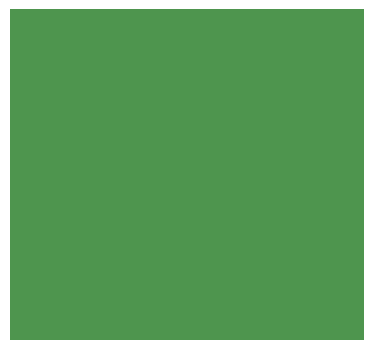
<source format=gbr>
G04 DipTrace 2.4.0.2*
%INBoard.gbr*%
%MOMM*%
%ADD11C,0.14*%
%FSLAX53Y53*%
G04*
G71*
G90*
G75*
G01*
%LNBoardPoly*%
%LPD*%
G36*
X0Y0D2*
D11*
X-30000D1*
Y28000D1*
X0D1*
Y0D1*
G37*
M02*

</source>
